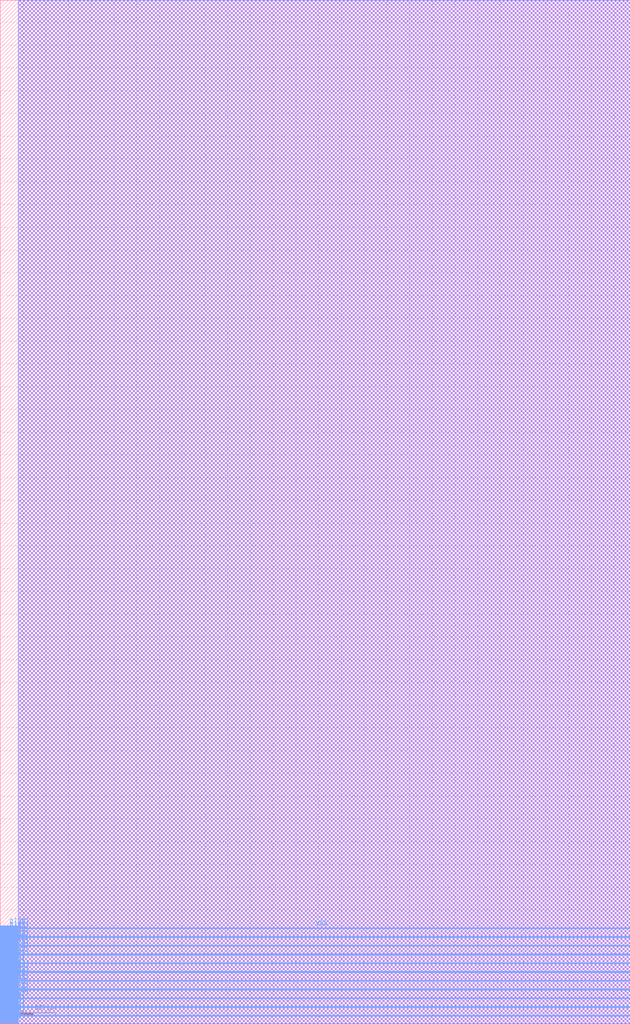
<source format=lef>
VERSION 5.6 ;
BUSBITCHARS "[]" ;
DIVIDERCHAR "/" ;

MACRO SRAM1RW1024x38
  CLASS BLOCK ;
  ORIGIN 0 0 ;
  FOREIGN SRAM1RW1024x38 0 0 ;
  SIZE 138.528 BY 224.908 ;
  SYMMETRY X Y ;
  SITE coreSite ;
  PIN VDD
    DIRECTION INOUT ;
    USE POWER ;
    PORT 
      LAYER M4 ;
        RECT 0.0 1.632 138.528 1.728 ;
        RECT 0.0 3.552 138.528 3.648 ;
        RECT 0.0 5.472 138.528 5.568 ;
        RECT 0.0 7.392 138.528 7.488 ;
        RECT 0.0 9.312 138.528 9.408 ;
        RECT 0.0 11.232 138.528 11.328 ;
        RECT 0.0 13.152 138.528 13.248 ;
        RECT 0.0 15.072 138.528 15.168 ;
        RECT 0.0 16.992 138.528 17.088 ;
        RECT 0.0 18.912 138.528 19.008 ;
        RECT 0.0 20.832 138.528 20.928 ;
    END 
  END VDD
  PIN VSS
    DIRECTION INOUT ;
    USE GROUND ;
    PORT 
      LAYER M4 ;
        RECT 0.0 1.824 138.528 1.92 ;
        RECT 0.0 3.744 138.528 3.84 ;
        RECT 0.0 5.664 138.528 5.76 ;
        RECT 0.0 7.584 138.528 7.68 ;
        RECT 0.0 9.504 138.528 9.6 ;
        RECT 0.0 11.424 138.528 11.52 ;
        RECT 0.0 13.344 138.528 13.44 ;
        RECT 0.0 15.264 138.528 15.36 ;
        RECT 0.0 17.184 138.528 17.28 ;
        RECT 0.0 19.104 138.528 19.2 ;
        RECT 0.0 21.024 138.528 21.12 ;
    END 
  END VSS
  PIN CE
    DIRECTION INPUT ;
    USE SIGNAL ;
    PORT 
      LAYER M4 ;
        RECT 0.0 0.096 4.0 0.192 ;
    END 
  END CE
  PIN WEB
    DIRECTION INPUT ;
    USE SIGNAL ;
    PORT 
      LAYER M4 ;
        RECT 0.0 0.288 4.0 0.384 ;
    END 
  END WEB
  PIN OEB
    DIRECTION INPUT ;
    USE SIGNAL ;
    PORT 
      LAYER M4 ;
        RECT 0.0 0.48 4.0 0.576 ;
    END 
  END OEB
  PIN CSB
    DIRECTION INPUT ;
    USE SIGNAL ;
    PORT 
      LAYER M4 ;
        RECT 0.0 0.672 4.0 0.768 ;
    END 
  END CSB
  PIN A[0]
    DIRECTION INPUT ;
    USE SIGNAL ;
    PORT 
      LAYER M4 ;
        RECT 0.0 0.864 4.0 0.96 ;
    END 
  END A[0]
  PIN A[1]
    DIRECTION INPUT ;
    USE SIGNAL ;
    PORT 
      LAYER M4 ;
        RECT 0.0 1.056 4.0 1.152 ;
    END 
  END A[1]
  PIN A[2]
    DIRECTION INPUT ;
    USE SIGNAL ;
    PORT 
      LAYER M4 ;
        RECT 0.0 1.248 4.0 1.344 ;
    END 
  END A[2]
  PIN A[3]
    DIRECTION INPUT ;
    USE SIGNAL ;
    PORT 
      LAYER M4 ;
        RECT 0.0 1.44 4.0 1.536 ;
    END 
  END A[3]
  PIN A[4]
    DIRECTION INPUT ;
    USE SIGNAL ;
    PORT 
      LAYER M4 ;
        RECT 0.0 2.016 4.0 2.112 ;
    END 
  END A[4]
  PIN A[5]
    DIRECTION INPUT ;
    USE SIGNAL ;
    PORT 
      LAYER M4 ;
        RECT 0.0 2.208 4.0 2.304 ;
    END 
  END A[5]
  PIN A[6]
    DIRECTION INPUT ;
    USE SIGNAL ;
    PORT 
      LAYER M4 ;
        RECT 0.0 2.4 4.0 2.496 ;
    END 
  END A[6]
  PIN A[7]
    DIRECTION INPUT ;
    USE SIGNAL ;
    PORT 
      LAYER M4 ;
        RECT 0.0 2.592 4.0 2.688 ;
    END 
  END A[7]
  PIN A[8]
    DIRECTION INPUT ;
    USE SIGNAL ;
    PORT 
      LAYER M4 ;
        RECT 0.0 2.784 4.0 2.88 ;
    END 
  END A[8]
  PIN A[9]
    DIRECTION INPUT ;
    USE SIGNAL ;
    PORT 
      LAYER M4 ;
        RECT 0.0 2.976 4.0 3.072 ;
    END 
  END A[9]
  PIN I[0]
    DIRECTION INPUT ;
    USE SIGNAL ;
    PORT 
      LAYER M4 ;
        RECT 0.0 3.168 4.0 3.264 ;
    END 
  END I[0]
  PIN I[1]
    DIRECTION INPUT ;
    USE SIGNAL ;
    PORT 
      LAYER M4 ;
        RECT 0.0 3.36 4.0 3.456 ;
    END 
  END I[1]
  PIN I[2]
    DIRECTION INPUT ;
    USE SIGNAL ;
    PORT 
      LAYER M4 ;
        RECT 0.0 3.936 4.0 4.032 ;
    END 
  END I[2]
  PIN I[3]
    DIRECTION INPUT ;
    USE SIGNAL ;
    PORT 
      LAYER M4 ;
        RECT 0.0 4.128 4.0 4.224 ;
    END 
  END I[3]
  PIN I[4]
    DIRECTION INPUT ;
    USE SIGNAL ;
    PORT 
      LAYER M4 ;
        RECT 0.0 4.32 4.0 4.416 ;
    END 
  END I[4]
  PIN I[5]
    DIRECTION INPUT ;
    USE SIGNAL ;
    PORT 
      LAYER M4 ;
        RECT 0.0 4.512 4.0 4.608 ;
    END 
  END I[5]
  PIN I[6]
    DIRECTION INPUT ;
    USE SIGNAL ;
    PORT 
      LAYER M4 ;
        RECT 0.0 4.704 4.0 4.8 ;
    END 
  END I[6]
  PIN I[7]
    DIRECTION INPUT ;
    USE SIGNAL ;
    PORT 
      LAYER M4 ;
        RECT 0.0 4.896 4.0 4.992 ;
    END 
  END I[7]
  PIN I[8]
    DIRECTION INPUT ;
    USE SIGNAL ;
    PORT 
      LAYER M4 ;
        RECT 0.0 5.088 4.0 5.184 ;
    END 
  END I[8]
  PIN I[9]
    DIRECTION INPUT ;
    USE SIGNAL ;
    PORT 
      LAYER M4 ;
        RECT 0.0 5.28 4.0 5.376 ;
    END 
  END I[9]
  PIN I[10]
    DIRECTION INPUT ;
    USE SIGNAL ;
    PORT 
      LAYER M4 ;
        RECT 0.0 5.856 4.0 5.952 ;
    END 
  END I[10]
  PIN I[11]
    DIRECTION INPUT ;
    USE SIGNAL ;
    PORT 
      LAYER M4 ;
        RECT 0.0 6.048 4.0 6.144 ;
    END 
  END I[11]
  PIN I[12]
    DIRECTION INPUT ;
    USE SIGNAL ;
    PORT 
      LAYER M4 ;
        RECT 0.0 6.24 4.0 6.336 ;
    END 
  END I[12]
  PIN I[13]
    DIRECTION INPUT ;
    USE SIGNAL ;
    PORT 
      LAYER M4 ;
        RECT 0.0 6.432 4.0 6.528 ;
    END 
  END I[13]
  PIN I[14]
    DIRECTION INPUT ;
    USE SIGNAL ;
    PORT 
      LAYER M4 ;
        RECT 0.0 6.624 4.0 6.72 ;
    END 
  END I[14]
  PIN I[15]
    DIRECTION INPUT ;
    USE SIGNAL ;
    PORT 
      LAYER M4 ;
        RECT 0.0 6.816 4.0 6.912 ;
    END 
  END I[15]
  PIN I[16]
    DIRECTION INPUT ;
    USE SIGNAL ;
    PORT 
      LAYER M4 ;
        RECT 0.0 7.008 4.0 7.104 ;
    END 
  END I[16]
  PIN I[17]
    DIRECTION INPUT ;
    USE SIGNAL ;
    PORT 
      LAYER M4 ;
        RECT 0.0 7.2 4.0 7.296 ;
    END 
  END I[17]
  PIN I[18]
    DIRECTION INPUT ;
    USE SIGNAL ;
    PORT 
      LAYER M4 ;
        RECT 0.0 7.776 4.0 7.872 ;
    END 
  END I[18]
  PIN I[19]
    DIRECTION INPUT ;
    USE SIGNAL ;
    PORT 
      LAYER M4 ;
        RECT 0.0 7.968 4.0 8.064 ;
    END 
  END I[19]
  PIN I[20]
    DIRECTION INPUT ;
    USE SIGNAL ;
    PORT 
      LAYER M4 ;
        RECT 0.0 8.16 4.0 8.256 ;
    END 
  END I[20]
  PIN I[21]
    DIRECTION INPUT ;
    USE SIGNAL ;
    PORT 
      LAYER M4 ;
        RECT 0.0 8.352 4.0 8.448 ;
    END 
  END I[21]
  PIN I[22]
    DIRECTION INPUT ;
    USE SIGNAL ;
    PORT 
      LAYER M4 ;
        RECT 0.0 8.544 4.0 8.64 ;
    END 
  END I[22]
  PIN I[23]
    DIRECTION INPUT ;
    USE SIGNAL ;
    PORT 
      LAYER M4 ;
        RECT 0.0 8.736 4.0 8.832 ;
    END 
  END I[23]
  PIN I[24]
    DIRECTION INPUT ;
    USE SIGNAL ;
    PORT 
      LAYER M4 ;
        RECT 0.0 8.928 4.0 9.024 ;
    END 
  END I[24]
  PIN I[25]
    DIRECTION INPUT ;
    USE SIGNAL ;
    PORT 
      LAYER M4 ;
        RECT 0.0 9.12 4.0 9.216 ;
    END 
  END I[25]
  PIN I[26]
    DIRECTION INPUT ;
    USE SIGNAL ;
    PORT 
      LAYER M4 ;
        RECT 0.0 9.696 4.0 9.792 ;
    END 
  END I[26]
  PIN I[27]
    DIRECTION INPUT ;
    USE SIGNAL ;
    PORT 
      LAYER M4 ;
        RECT 0.0 9.888 4.0 9.984 ;
    END 
  END I[27]
  PIN I[28]
    DIRECTION INPUT ;
    USE SIGNAL ;
    PORT 
      LAYER M4 ;
        RECT 0.0 10.08 4.0 10.176 ;
    END 
  END I[28]
  PIN I[29]
    DIRECTION INPUT ;
    USE SIGNAL ;
    PORT 
      LAYER M4 ;
        RECT 0.0 10.272 4.0 10.368 ;
    END 
  END I[29]
  PIN I[30]
    DIRECTION INPUT ;
    USE SIGNAL ;
    PORT 
      LAYER M4 ;
        RECT 0.0 10.464 4.0 10.56 ;
    END 
  END I[30]
  PIN I[31]
    DIRECTION INPUT ;
    USE SIGNAL ;
    PORT 
      LAYER M4 ;
        RECT 0.0 10.656 4.0 10.752 ;
    END 
  END I[31]
  PIN I[32]
    DIRECTION INPUT ;
    USE SIGNAL ;
    PORT 
      LAYER M4 ;
        RECT 0.0 10.848 4.0 10.944 ;
    END 
  END I[32]
  PIN I[33]
    DIRECTION INPUT ;
    USE SIGNAL ;
    PORT 
      LAYER M4 ;
        RECT 0.0 11.04 4.0 11.136 ;
    END 
  END I[33]
  PIN I[34]
    DIRECTION INPUT ;
    USE SIGNAL ;
    PORT 
      LAYER M4 ;
        RECT 0.0 11.616 4.0 11.712 ;
    END 
  END I[34]
  PIN I[35]
    DIRECTION INPUT ;
    USE SIGNAL ;
    PORT 
      LAYER M4 ;
        RECT 0.0 11.808 4.0 11.904 ;
    END 
  END I[35]
  PIN I[36]
    DIRECTION INPUT ;
    USE SIGNAL ;
    PORT 
      LAYER M4 ;
        RECT 0.0 12.0 4.0 12.096 ;
    END 
  END I[36]
  PIN I[37]
    DIRECTION INPUT ;
    USE SIGNAL ;
    PORT 
      LAYER M4 ;
        RECT 0.0 12.192 4.0 12.288 ;
    END 
  END I[37]
  PIN O[0]
    DIRECTION OUTPUT ;
    USE SIGNAL ;
    PORT 
      LAYER M4 ;
        RECT 0.0 12.384 4.0 12.48 ;
    END 
  END O[0]
  PIN O[1]
    DIRECTION OUTPUT ;
    USE SIGNAL ;
    PORT 
      LAYER M4 ;
        RECT 0.0 12.576 4.0 12.672 ;
    END 
  END O[1]
  PIN O[2]
    DIRECTION OUTPUT ;
    USE SIGNAL ;
    PORT 
      LAYER M4 ;
        RECT 0.0 12.768 4.0 12.864 ;
    END 
  END O[2]
  PIN O[3]
    DIRECTION OUTPUT ;
    USE SIGNAL ;
    PORT 
      LAYER M4 ;
        RECT 0.0 12.96 4.0 13.056 ;
    END 
  END O[3]
  PIN O[4]
    DIRECTION OUTPUT ;
    USE SIGNAL ;
    PORT 
      LAYER M4 ;
        RECT 0.0 13.536 4.0 13.632 ;
    END 
  END O[4]
  PIN O[5]
    DIRECTION OUTPUT ;
    USE SIGNAL ;
    PORT 
      LAYER M4 ;
        RECT 0.0 13.728 4.0 13.824 ;
    END 
  END O[5]
  PIN O[6]
    DIRECTION OUTPUT ;
    USE SIGNAL ;
    PORT 
      LAYER M4 ;
        RECT 0.0 13.92 4.0 14.016 ;
    END 
  END O[6]
  PIN O[7]
    DIRECTION OUTPUT ;
    USE SIGNAL ;
    PORT 
      LAYER M4 ;
        RECT 0.0 14.112 4.0 14.208 ;
    END 
  END O[7]
  PIN O[8]
    DIRECTION OUTPUT ;
    USE SIGNAL ;
    PORT 
      LAYER M4 ;
        RECT 0.0 14.304 4.0 14.4 ;
    END 
  END O[8]
  PIN O[9]
    DIRECTION OUTPUT ;
    USE SIGNAL ;
    PORT 
      LAYER M4 ;
        RECT 0.0 14.496 4.0 14.592 ;
    END 
  END O[9]
  PIN O[10]
    DIRECTION OUTPUT ;
    USE SIGNAL ;
    PORT 
      LAYER M4 ;
        RECT 0.0 14.688 4.0 14.784 ;
    END 
  END O[10]
  PIN O[11]
    DIRECTION OUTPUT ;
    USE SIGNAL ;
    PORT 
      LAYER M4 ;
        RECT 0.0 14.88 4.0 14.976 ;
    END 
  END O[11]
  PIN O[12]
    DIRECTION OUTPUT ;
    USE SIGNAL ;
    PORT 
      LAYER M4 ;
        RECT 0.0 15.456 4.0 15.552 ;
    END 
  END O[12]
  PIN O[13]
    DIRECTION OUTPUT ;
    USE SIGNAL ;
    PORT 
      LAYER M4 ;
        RECT 0.0 15.648 4.0 15.744 ;
    END 
  END O[13]
  PIN O[14]
    DIRECTION OUTPUT ;
    USE SIGNAL ;
    PORT 
      LAYER M4 ;
        RECT 0.0 15.84 4.0 15.936 ;
    END 
  END O[14]
  PIN O[15]
    DIRECTION OUTPUT ;
    USE SIGNAL ;
    PORT 
      LAYER M4 ;
        RECT 0.0 16.032 4.0 16.128 ;
    END 
  END O[15]
  PIN O[16]
    DIRECTION OUTPUT ;
    USE SIGNAL ;
    PORT 
      LAYER M4 ;
        RECT 0.0 16.224 4.0 16.32 ;
    END 
  END O[16]
  PIN O[17]
    DIRECTION OUTPUT ;
    USE SIGNAL ;
    PORT 
      LAYER M4 ;
        RECT 0.0 16.416 4.0 16.512 ;
    END 
  END O[17]
  PIN O[18]
    DIRECTION OUTPUT ;
    USE SIGNAL ;
    PORT 
      LAYER M4 ;
        RECT 0.0 16.608 4.0 16.704 ;
    END 
  END O[18]
  PIN O[19]
    DIRECTION OUTPUT ;
    USE SIGNAL ;
    PORT 
      LAYER M4 ;
        RECT 0.0 16.8 4.0 16.896 ;
    END 
  END O[19]
  PIN O[20]
    DIRECTION OUTPUT ;
    USE SIGNAL ;
    PORT 
      LAYER M4 ;
        RECT 0.0 17.376 4.0 17.472 ;
    END 
  END O[20]
  PIN O[21]
    DIRECTION OUTPUT ;
    USE SIGNAL ;
    PORT 
      LAYER M4 ;
        RECT 0.0 17.568 4.0 17.664 ;
    END 
  END O[21]
  PIN O[22]
    DIRECTION OUTPUT ;
    USE SIGNAL ;
    PORT 
      LAYER M4 ;
        RECT 0.0 17.76 4.0 17.856 ;
    END 
  END O[22]
  PIN O[23]
    DIRECTION OUTPUT ;
    USE SIGNAL ;
    PORT 
      LAYER M4 ;
        RECT 0.0 17.952 4.0 18.048 ;
    END 
  END O[23]
  PIN O[24]
    DIRECTION OUTPUT ;
    USE SIGNAL ;
    PORT 
      LAYER M4 ;
        RECT 0.0 18.144 4.0 18.24 ;
    END 
  END O[24]
  PIN O[25]
    DIRECTION OUTPUT ;
    USE SIGNAL ;
    PORT 
      LAYER M4 ;
        RECT 0.0 18.336 4.0 18.432 ;
    END 
  END O[25]
  PIN O[26]
    DIRECTION OUTPUT ;
    USE SIGNAL ;
    PORT 
      LAYER M4 ;
        RECT 0.0 18.528 4.0 18.624 ;
    END 
  END O[26]
  PIN O[27]
    DIRECTION OUTPUT ;
    USE SIGNAL ;
    PORT 
      LAYER M4 ;
        RECT 0.0 18.72 4.0 18.816 ;
    END 
  END O[27]
  PIN O[28]
    DIRECTION OUTPUT ;
    USE SIGNAL ;
    PORT 
      LAYER M4 ;
        RECT 0.0 19.296 4.0 19.392 ;
    END 
  END O[28]
  PIN O[29]
    DIRECTION OUTPUT ;
    USE SIGNAL ;
    PORT 
      LAYER M4 ;
        RECT 0.0 19.488 4.0 19.584 ;
    END 
  END O[29]
  PIN O[30]
    DIRECTION OUTPUT ;
    USE SIGNAL ;
    PORT 
      LAYER M4 ;
        RECT 0.0 19.68 4.0 19.776 ;
    END 
  END O[30]
  PIN O[31]
    DIRECTION OUTPUT ;
    USE SIGNAL ;
    PORT 
      LAYER M4 ;
        RECT 0.0 19.872 4.0 19.968 ;
    END 
  END O[31]
  PIN O[32]
    DIRECTION OUTPUT ;
    USE SIGNAL ;
    PORT 
      LAYER M4 ;
        RECT 0.0 20.064 4.0 20.16 ;
    END 
  END O[32]
  PIN O[33]
    DIRECTION OUTPUT ;
    USE SIGNAL ;
    PORT 
      LAYER M4 ;
        RECT 0.0 20.256 4.0 20.352 ;
    END 
  END O[33]
  PIN O[34]
    DIRECTION OUTPUT ;
    USE SIGNAL ;
    PORT 
      LAYER M4 ;
        RECT 0.0 20.448 4.0 20.544 ;
    END 
  END O[34]
  PIN O[35]
    DIRECTION OUTPUT ;
    USE SIGNAL ;
    PORT 
      LAYER M4 ;
        RECT 0.0 20.64 4.0 20.736 ;
    END 
  END O[35]
  PIN O[36]
    DIRECTION OUTPUT ;
    USE SIGNAL ;
    PORT 
      LAYER M4 ;
        RECT 0.0 21.216 4.0 21.312 ;
    END 
  END O[36]
  PIN O[37]
    DIRECTION OUTPUT ;
    USE SIGNAL ;
    PORT 
      LAYER M4 ;
        RECT 0.0 21.408 4.0 21.504 ;
    END 
  END O[37]
  OBS 
    LAYER M1 ;
      RECT 4.0 0.0 138.528 224.908 ;
    LAYER M2 ;
      RECT 4.0 0.0 138.528 224.908 ;
    LAYER M3 ;
      RECT 4.0 0.0 138.528 224.908 ;
  END 
END SRAM1RW1024x38

END LIBRARY
</source>
